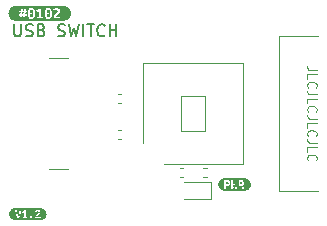
<source format=gbr>
%TF.GenerationSoftware,KiCad,Pcbnew,6.0.7+dfsg-1~bpo11+1*%
%TF.CreationDate,2022-09-24T06:18:19+00:00*%
%TF.ProjectId,0102-USB-SWITCH,30313032-2d55-4534-922d-535749544348,V1.2*%
%TF.SameCoordinates,Original*%
%TF.FileFunction,Legend,Top*%
%TF.FilePolarity,Positive*%
%FSLAX46Y46*%
G04 Gerber Fmt 4.6, Leading zero omitted, Abs format (unit mm)*
G04 Created by KiCad (PCBNEW 6.0.7+dfsg-1~bpo11+1) date 2022-09-24 06:18:19*
%MOMM*%
%LPD*%
G01*
G04 APERTURE LIST*
%ADD10C,0.150000*%
%ADD11C,0.120000*%
G04 APERTURE END LIST*
D10*
X1135595Y17347620D02*
X1135595Y16538096D01*
X1183214Y16442858D01*
X1230833Y16395239D01*
X1326071Y16347620D01*
X1516547Y16347620D01*
X1611785Y16395239D01*
X1659404Y16442858D01*
X1707023Y16538096D01*
X1707023Y17347620D01*
X2135595Y16395239D02*
X2278452Y16347620D01*
X2516547Y16347620D01*
X2611785Y16395239D01*
X2659404Y16442858D01*
X2707023Y16538096D01*
X2707023Y16633334D01*
X2659404Y16728572D01*
X2611785Y16776191D01*
X2516547Y16823810D01*
X2326071Y16871429D01*
X2230833Y16919048D01*
X2183214Y16966667D01*
X2135595Y17061905D01*
X2135595Y17157143D01*
X2183214Y17252381D01*
X2230833Y17300000D01*
X2326071Y17347620D01*
X2564166Y17347620D01*
X2707023Y17300000D01*
X3468928Y16871429D02*
X3611785Y16823810D01*
X3659404Y16776191D01*
X3707023Y16680953D01*
X3707023Y16538096D01*
X3659404Y16442858D01*
X3611785Y16395239D01*
X3516547Y16347620D01*
X3135595Y16347620D01*
X3135595Y17347620D01*
X3468928Y17347620D01*
X3564166Y17300000D01*
X3611785Y17252381D01*
X3659404Y17157143D01*
X3659404Y17061905D01*
X3611785Y16966667D01*
X3564166Y16919048D01*
X3468928Y16871429D01*
X3135595Y16871429D01*
X4849880Y16395239D02*
X4992738Y16347620D01*
X5230833Y16347620D01*
X5326071Y16395239D01*
X5373690Y16442858D01*
X5421309Y16538096D01*
X5421309Y16633334D01*
X5373690Y16728572D01*
X5326071Y16776191D01*
X5230833Y16823810D01*
X5040357Y16871429D01*
X4945119Y16919048D01*
X4897500Y16966667D01*
X4849880Y17061905D01*
X4849880Y17157143D01*
X4897500Y17252381D01*
X4945119Y17300000D01*
X5040357Y17347620D01*
X5278452Y17347620D01*
X5421309Y17300000D01*
X5754642Y17347620D02*
X5992738Y16347620D01*
X6183214Y17061905D01*
X6373690Y16347620D01*
X6611785Y17347620D01*
X6992738Y16347620D02*
X6992738Y17347620D01*
X7326071Y17347620D02*
X7897500Y17347620D01*
X7611785Y16347620D02*
X7611785Y17347620D01*
X8802261Y16442858D02*
X8754642Y16395239D01*
X8611785Y16347620D01*
X8516547Y16347620D01*
X8373690Y16395239D01*
X8278452Y16490477D01*
X8230833Y16585715D01*
X8183214Y16776191D01*
X8183214Y16919048D01*
X8230833Y17109524D01*
X8278452Y17204762D01*
X8373690Y17300000D01*
X8516547Y17347620D01*
X8611785Y17347620D01*
X8754642Y17300000D01*
X8802261Y17252381D01*
X9230833Y16347620D02*
X9230833Y17347620D01*
X9230833Y16871429D02*
X9802261Y16871429D01*
X9802261Y16347620D02*
X9802261Y17347620D01*
D11*
X26738095Y13495239D02*
X26166666Y13495239D01*
X26052380Y13533334D01*
X25976190Y13609524D01*
X25938095Y13723810D01*
X25938095Y13800000D01*
X25938095Y12733334D02*
X25938095Y13114286D01*
X26738095Y13114286D01*
X26014285Y12009524D02*
X25976190Y12047620D01*
X25938095Y12161905D01*
X25938095Y12238096D01*
X25976190Y12352381D01*
X26052380Y12428572D01*
X26128571Y12466667D01*
X26280952Y12504762D01*
X26395238Y12504762D01*
X26547619Y12466667D01*
X26623809Y12428572D01*
X26700000Y12352381D01*
X26738095Y12238096D01*
X26738095Y12161905D01*
X26700000Y12047620D01*
X26661904Y12009524D01*
X26738095Y11438096D02*
X26166666Y11438096D01*
X26052380Y11476191D01*
X25976190Y11552381D01*
X25938095Y11666667D01*
X25938095Y11742858D01*
X25938095Y10676191D02*
X25938095Y11057143D01*
X26738095Y11057143D01*
X26014285Y9952381D02*
X25976190Y9990477D01*
X25938095Y10104762D01*
X25938095Y10180953D01*
X25976190Y10295239D01*
X26052380Y10371429D01*
X26128571Y10409524D01*
X26280952Y10447620D01*
X26395238Y10447620D01*
X26547619Y10409524D01*
X26623809Y10371429D01*
X26700000Y10295239D01*
X26738095Y10180953D01*
X26738095Y10104762D01*
X26700000Y9990477D01*
X26661904Y9952381D01*
X26738095Y9380953D02*
X26166666Y9380953D01*
X26052380Y9419048D01*
X25976190Y9495239D01*
X25938095Y9609524D01*
X25938095Y9685715D01*
X25938095Y8619048D02*
X25938095Y9000000D01*
X26738095Y9000000D01*
X26014285Y7895239D02*
X25976190Y7933334D01*
X25938095Y8047620D01*
X25938095Y8123810D01*
X25976190Y8238096D01*
X26052380Y8314286D01*
X26128571Y8352381D01*
X26280952Y8390477D01*
X26395238Y8390477D01*
X26547619Y8352381D01*
X26623809Y8314286D01*
X26700000Y8238096D01*
X26738095Y8123810D01*
X26738095Y8047620D01*
X26700000Y7933334D01*
X26661904Y7895239D01*
X26738095Y7323810D02*
X26166666Y7323810D01*
X26052380Y7361905D01*
X25976190Y7438096D01*
X25938095Y7552381D01*
X25938095Y7628572D01*
X25938095Y6561905D02*
X25938095Y6942858D01*
X26738095Y6942858D01*
X26014285Y5838096D02*
X25976190Y5876191D01*
X25938095Y5990477D01*
X25938095Y6066667D01*
X25976190Y6180953D01*
X26052380Y6257143D01*
X26128571Y6295239D01*
X26280952Y6333334D01*
X26395238Y6333334D01*
X26547619Y6295239D01*
X26623809Y6257143D01*
X26700000Y6180953D01*
X26738095Y6066667D01*
X26738095Y5990477D01*
X26700000Y5876191D01*
X26661904Y5838096D01*
%TO.C,R1*%
X17453641Y5180000D02*
X17146359Y5180000D01*
X17453641Y4420000D02*
X17146359Y4420000D01*
%TO.C,R2*%
X15453641Y4420000D02*
X15146359Y4420000D01*
X15453641Y5180000D02*
X15146359Y5180000D01*
%TO.C,SW1*%
X17300000Y8300000D02*
X17300000Y11300000D01*
X20550000Y5550000D02*
X20550000Y14050000D01*
X13800000Y5550000D02*
X20550000Y5550000D01*
X15300000Y11300000D02*
X15300000Y8300000D01*
X17300000Y11300000D02*
X15300000Y11300000D01*
X15300000Y8300000D02*
X17300000Y8300000D01*
X12050000Y14050000D02*
X12050000Y7300000D01*
X20550000Y14050000D02*
X12050000Y14050000D01*
%TO.C,D1*%
X17785000Y2565000D02*
X17785000Y4035000D01*
X15500000Y2565000D02*
X17785000Y2565000D01*
X17785000Y4035000D02*
X15500000Y4035000D01*
%TO.C,J2*%
X23550000Y3250000D02*
X23550000Y16350000D01*
X23550000Y3250000D02*
X26900000Y3250000D01*
X23550000Y16350000D02*
X26900000Y16350000D01*
%TO.C,J1*%
X5690000Y5100000D02*
X4090000Y5100000D01*
X5690000Y14500000D02*
X4090000Y14500000D01*
%TO.C,R3*%
X10203641Y10670000D02*
X9896359Y10670000D01*
X10203641Y11430000D02*
X9896359Y11430000D01*
%TO.C,R4*%
X10203641Y8430000D02*
X9896359Y8430000D01*
X10203641Y7670000D02*
X9896359Y7670000D01*
%TO.C,kibuzzard-632D83AE*%
G36*
X1168306Y805663D02*
G01*
X1120087Y812816D01*
X1072802Y824660D01*
X1026904Y841082D01*
X982838Y861924D01*
X941027Y886985D01*
X901873Y916023D01*
X865754Y948760D01*
X833018Y984879D01*
X803979Y1024032D01*
X778919Y1065844D01*
X758077Y1109910D01*
X741654Y1155807D01*
X729810Y1203093D01*
X722657Y1251312D01*
X720266Y1300000D01*
X722657Y1348688D01*
X729810Y1396907D01*
X741654Y1444193D01*
X758077Y1490090D01*
X778919Y1534156D01*
X803979Y1575968D01*
X833018Y1615121D01*
X857620Y1642265D01*
X1217087Y1642265D01*
X1229866Y1580035D01*
X1248202Y1502248D01*
X1262895Y1444030D01*
X1278823Y1383467D01*
X1295986Y1320558D01*
X1314136Y1256414D01*
X1333027Y1192147D01*
X1352659Y1127756D01*
X1381830Y1036078D01*
X1409333Y954401D01*
X1550462Y954401D01*
X1571699Y1013606D01*
X1592442Y1074169D01*
X1612692Y1136091D01*
X1632139Y1198321D01*
X1650474Y1259810D01*
X1667699Y1320558D01*
X1691313Y1409041D01*
X1712149Y1493358D01*
X1713420Y1498914D01*
X1811606Y1498914D01*
X1856056Y1385566D01*
X1923842Y1412792D01*
X1994962Y1452241D01*
X1994962Y1067749D01*
X1850499Y1067749D01*
X1850499Y954401D01*
X2268329Y954401D01*
X2268329Y1042190D01*
X2492802Y1042190D01*
X2501136Y999407D01*
X2523361Y968292D01*
X2555032Y948845D01*
X2592814Y942178D01*
X2661712Y967736D01*
X2691716Y1042190D01*
X2661712Y1114421D01*
X2592814Y1139980D01*
X2555032Y1133313D01*
X2523361Y1114421D01*
X2501136Y1083862D01*
X2492802Y1042190D01*
X2268329Y1042190D01*
X2268329Y1067749D01*
X2131646Y1067749D01*
X2131646Y1566700D01*
X2917299Y1566700D01*
X2985086Y1471133D01*
X3055094Y1523361D01*
X3122881Y1538919D01*
X3187333Y1516138D01*
X3212892Y1451130D01*
X3192334Y1392234D01*
X3140105Y1332226D01*
X3107323Y1300417D01*
X3072319Y1267218D01*
X3037314Y1231936D01*
X3004532Y1193876D01*
X2975640Y1152620D01*
X2952304Y1107754D01*
X2936885Y1058859D01*
X2931746Y1005519D01*
X2931190Y982183D01*
X2933968Y954401D01*
X3382913Y954401D01*
X3382913Y1067749D01*
X3087321Y1067749D01*
X3098989Y1104420D01*
X3127326Y1143869D01*
X3162886Y1181652D01*
X3196223Y1213323D01*
X3252897Y1268885D01*
X3302903Y1328893D01*
X3338463Y1392789D01*
X3351798Y1461131D01*
X3334018Y1547253D01*
X3286234Y1608928D01*
X3217337Y1645599D01*
X3136216Y1657823D01*
X3078292Y1652266D01*
X3020090Y1635598D01*
X2965222Y1607261D01*
X2917299Y1566700D01*
X2131646Y1566700D01*
X2131646Y1642265D01*
X2038301Y1642265D01*
X1990517Y1598926D01*
X1931621Y1558921D01*
X1869391Y1524473D01*
X1811606Y1498914D01*
X1713420Y1498914D01*
X1730068Y1571701D01*
X1744931Y1642265D01*
X1601579Y1642265D01*
X1591578Y1584480D01*
X1579354Y1517805D01*
X1565464Y1445713D01*
X1550462Y1371676D01*
X1534349Y1297222D01*
X1517124Y1223879D01*
X1499344Y1155121D01*
X1481564Y1094419D01*
X1463645Y1155954D01*
X1445449Y1224991D01*
X1427669Y1298333D01*
X1411000Y1372787D01*
X1395581Y1446685D01*
X1381552Y1518361D01*
X1369884Y1584619D01*
X1361549Y1642265D01*
X1217087Y1642265D01*
X857620Y1642265D01*
X865754Y1651240D01*
X901873Y1683977D01*
X941027Y1713015D01*
X982838Y1738076D01*
X1026904Y1758918D01*
X1072802Y1775340D01*
X1120087Y1787184D01*
X1168306Y1794337D01*
X1216994Y1796729D01*
X3383006Y1796729D01*
X3431694Y1794337D01*
X3479913Y1787184D01*
X3527198Y1775340D01*
X3573096Y1758918D01*
X3617162Y1738076D01*
X3658973Y1713015D01*
X3698127Y1683977D01*
X3734246Y1651240D01*
X3766982Y1615121D01*
X3796021Y1575968D01*
X3821081Y1534156D01*
X3841923Y1490090D01*
X3858346Y1444193D01*
X3870190Y1396907D01*
X3877343Y1348688D01*
X3879734Y1300000D01*
X3877343Y1251312D01*
X3870190Y1203093D01*
X3858346Y1155807D01*
X3841923Y1109910D01*
X3821081Y1065844D01*
X3796021Y1024032D01*
X3766982Y984879D01*
X3734246Y948760D01*
X3698127Y916023D01*
X3658973Y886985D01*
X3617162Y861924D01*
X3573096Y841082D01*
X3527198Y824660D01*
X3479913Y812816D01*
X3431694Y805663D01*
X3383006Y803271D01*
X1216994Y803271D01*
X1168306Y805663D01*
G37*
%TO.C,kibuzzard-631FFEA9*%
G36*
X18894512Y3281017D02*
G01*
X18843889Y3288527D01*
X18794246Y3300962D01*
X18746060Y3318203D01*
X18699797Y3340084D01*
X18655901Y3366394D01*
X18614795Y3396880D01*
X18581194Y3427334D01*
X18945727Y3427334D01*
X19092173Y3427334D01*
X19092173Y3676175D01*
X19144561Y3676175D01*
X19232601Y3682723D01*
X19306221Y3702369D01*
X19365422Y3735111D01*
X19408747Y3782537D01*
X19434743Y3846236D01*
X19443408Y3926206D01*
X19434809Y4005383D01*
X19409012Y4068287D01*
X19366017Y4114920D01*
X19307412Y4147001D01*
X19242021Y4164331D01*
X19504130Y4164331D01*
X19506809Y4073397D01*
X19510083Y3979189D01*
X19514101Y3883641D01*
X19519012Y3788689D01*
X19524817Y3694630D01*
X19531514Y3601761D01*
X19539253Y3512018D01*
X19548183Y3427334D01*
X19669627Y3427334D01*
X19694630Y3505618D01*
X19722014Y3590450D01*
X19749994Y3675282D01*
X19776783Y3753566D01*
X19802977Y3673050D01*
X19829170Y3588664D01*
X19855364Y3505171D01*
X19881558Y3427334D01*
X20003002Y3427334D01*
X20136352Y3427334D01*
X20282798Y3427334D01*
X20282798Y3698797D01*
X20358998Y3698797D01*
X20399331Y3631378D01*
X20436984Y3564852D01*
X20471066Y3497432D01*
X20500683Y3427334D01*
X20654273Y3427334D01*
X20620341Y3505320D01*
X20579264Y3587473D01*
X20535211Y3666055D01*
X20492348Y3734516D01*
X20544438Y3768151D01*
X20579264Y3814288D01*
X20598909Y3869652D01*
X20605458Y3930969D01*
X20600546Y3988863D01*
X20585812Y4038720D01*
X20529258Y4114325D01*
X20488777Y4140221D01*
X20441152Y4158378D01*
X20386978Y4169094D01*
X20326852Y4172666D01*
X20285180Y4171475D01*
X20235173Y4168498D01*
X20183381Y4162545D01*
X20136352Y4153616D01*
X20136352Y3427334D01*
X20003002Y3427334D01*
X20010889Y3511869D01*
X20017884Y3601166D01*
X20023986Y3693588D01*
X20029195Y3787498D01*
X20033660Y3882451D01*
X20037530Y3977998D01*
X20041102Y4072504D01*
X20044673Y4164331D01*
X19908942Y4164331D01*
X19909240Y4092745D01*
X19910133Y4018480D01*
X19911323Y3943321D01*
X19912514Y3869056D01*
X19913705Y3795982D01*
X19914895Y3724395D01*
X19915788Y3655786D01*
X19916086Y3591641D01*
X19889297Y3686891D01*
X19864294Y3773806D01*
X19843458Y3847625D01*
X19829170Y3903584D01*
X19722014Y3903584D01*
X19705345Y3845244D01*
X19682128Y3764281D01*
X19655934Y3674984D01*
X19631527Y3591641D01*
X19631824Y3655786D01*
X19632717Y3724395D01*
X19633908Y3796130D01*
X19635098Y3869652D01*
X19636289Y3944214D01*
X19637480Y4019075D01*
X19638670Y4092894D01*
X19639861Y4164331D01*
X19504130Y4164331D01*
X19242021Y4164331D01*
X19234784Y4166249D01*
X19148133Y4172666D01*
X19101698Y4171475D01*
X19048120Y4168498D01*
X18993947Y4163141D01*
X18945727Y4154806D01*
X18945727Y3427334D01*
X18581194Y3427334D01*
X18576876Y3431248D01*
X18542507Y3469168D01*
X18512021Y3510274D01*
X18485711Y3554170D01*
X18463830Y3600433D01*
X18446589Y3648618D01*
X18434154Y3698262D01*
X18426645Y3748885D01*
X18424134Y3800000D01*
X18426645Y3851115D01*
X18434154Y3901738D01*
X18446589Y3951382D01*
X18463830Y3999567D01*
X18485711Y4045830D01*
X18512021Y4089726D01*
X18542507Y4130832D01*
X18576876Y4168752D01*
X18614795Y4203120D01*
X18655901Y4233606D01*
X18699797Y4259916D01*
X18746060Y4281797D01*
X18794246Y4299038D01*
X18843889Y4311473D01*
X18894512Y4318983D01*
X18945627Y4321494D01*
X20654373Y4321494D01*
X20705488Y4318983D01*
X20756111Y4311473D01*
X20805754Y4299038D01*
X20853940Y4281797D01*
X20900203Y4259916D01*
X20944099Y4233606D01*
X20985205Y4203120D01*
X21023124Y4168752D01*
X21057493Y4130832D01*
X21087979Y4089726D01*
X21114289Y4045830D01*
X21136170Y3999567D01*
X21153411Y3951382D01*
X21165846Y3901738D01*
X21173355Y3851115D01*
X21175866Y3800000D01*
X21173355Y3748885D01*
X21165846Y3698262D01*
X21153411Y3648618D01*
X21136170Y3600433D01*
X21114289Y3554170D01*
X21087979Y3510274D01*
X21057493Y3469168D01*
X21023124Y3431248D01*
X20985205Y3396880D01*
X20944099Y3366394D01*
X20900203Y3340084D01*
X20853940Y3318203D01*
X20805754Y3300962D01*
X20756111Y3288527D01*
X20705488Y3281017D01*
X20654373Y3278506D01*
X18945627Y3278506D01*
X18894512Y3281017D01*
G37*
G36*
X20379537Y4038423D02*
G01*
X20420911Y4017884D01*
X20447700Y3982761D01*
X20456630Y3932159D01*
X20423292Y3849411D01*
X20379537Y3827533D01*
X20314945Y3820241D01*
X20282798Y3820241D01*
X20282798Y4041697D01*
X20306611Y4044673D01*
X20326852Y4045269D01*
X20379537Y4038423D01*
G37*
G36*
X19217338Y4038571D02*
G01*
X19258266Y4018480D01*
X19284608Y3982314D01*
X19293389Y3927397D01*
X19284459Y3869503D01*
X19257670Y3831552D01*
X19213320Y3810567D01*
X19151705Y3803572D01*
X19092173Y3803572D01*
X19092173Y4041697D01*
X19128487Y4044673D01*
X19164802Y4045269D01*
X19217338Y4038571D01*
G37*
%TO.C,kibuzzard-631FFD2B*%
G36*
X1238003Y17663002D02*
G01*
X1175869Y17672219D01*
X1114937Y17687482D01*
X1055794Y17708643D01*
X999011Y17735500D01*
X945133Y17767793D01*
X894680Y17805211D01*
X848137Y17847395D01*
X805954Y17893938D01*
X768535Y17944391D01*
X736242Y17998268D01*
X709385Y18055052D01*
X702002Y18075686D01*
X1554068Y18075686D01*
X1639793Y18075686D01*
X1598359Y17857087D01*
X1744091Y17857087D01*
X1784096Y18075686D01*
X1898396Y18075686D01*
X1856963Y17857087D01*
X2002695Y17857087D01*
X2044129Y18075686D01*
X2218436Y18075686D01*
X2218436Y18221419D01*
X2071275Y18221419D01*
X2086550Y18301429D01*
X2292731Y18301429D01*
X2297643Y18191772D01*
X2312377Y18097117D01*
X2336933Y18017465D01*
X2371313Y17952814D01*
X2431638Y17889314D01*
X2507838Y17851214D01*
X2599913Y17838514D01*
X2691988Y17851214D01*
X2768188Y17889314D01*
X2828513Y17952814D01*
X2862892Y18017465D01*
X2887448Y18097117D01*
X2902182Y18191772D01*
X2907094Y18301429D01*
X2902182Y18410416D01*
X2887448Y18504490D01*
X2871105Y18557175D01*
X3025680Y18557175D01*
X3082830Y18411442D01*
X3169984Y18446447D01*
X3261424Y18497167D01*
X3261424Y18002820D01*
X3075686Y18002820D01*
X3075686Y17857087D01*
X3612896Y17857087D01*
X3612896Y18002820D01*
X3437160Y18002820D01*
X3437160Y18301429D01*
X3721481Y18301429D01*
X3726393Y18191772D01*
X3741127Y18097117D01*
X3765683Y18017465D01*
X3800063Y17952814D01*
X3860388Y17889314D01*
X3936588Y17851214D01*
X4028663Y17838514D01*
X4120738Y17851214D01*
X4196938Y17889314D01*
X4257263Y17952814D01*
X4291642Y18017465D01*
X4316198Y18097117D01*
X4330932Y18191772D01*
X4335844Y18301429D01*
X4330932Y18410416D01*
X4316198Y18504490D01*
X4291642Y18583652D01*
X4259174Y18644329D01*
X4447286Y18644329D01*
X4534440Y18521456D01*
X4624451Y18588607D01*
X4711605Y18608610D01*
X4794473Y18579321D01*
X4827334Y18495739D01*
X4800902Y18420015D01*
X4733751Y18342862D01*
X4691603Y18301965D01*
X4646597Y18259281D01*
X4601591Y18213918D01*
X4559443Y18164983D01*
X4522296Y18111941D01*
X4492292Y18054255D01*
X4472468Y17991390D01*
X4465860Y17922810D01*
X4465146Y17892806D01*
X4468718Y17857087D01*
X5045933Y17857087D01*
X5045933Y18002820D01*
X4665885Y18002820D01*
X4680887Y18049969D01*
X4717320Y18100689D01*
X4763040Y18149267D01*
X4805903Y18189986D01*
X4878769Y18261424D01*
X4943063Y18338576D01*
X4988783Y18420729D01*
X5005928Y18508597D01*
X4983068Y18619326D01*
X4921631Y18698621D01*
X4833049Y18745770D01*
X4728750Y18761486D01*
X4654276Y18754342D01*
X4579446Y18732911D01*
X4508901Y18696478D01*
X4447286Y18644329D01*
X4259174Y18644329D01*
X4257263Y18647901D01*
X4196938Y18711004D01*
X4120738Y18748866D01*
X4028663Y18761486D01*
X3938016Y18748786D01*
X3862293Y18710686D01*
X3801491Y18647186D01*
X3766487Y18582714D01*
X3741484Y18503597D01*
X3726482Y18409835D01*
X3721481Y18301429D01*
X3437160Y18301429D01*
X3437160Y18741484D01*
X3317145Y18741484D01*
X3255709Y18685762D01*
X3179985Y18634328D01*
X3099975Y18590036D01*
X3025680Y18557175D01*
X2871105Y18557175D01*
X2862892Y18583652D01*
X2828513Y18647901D01*
X2768188Y18711004D01*
X2691988Y18748866D01*
X2599913Y18761486D01*
X2509266Y18748786D01*
X2433543Y18710686D01*
X2372741Y18647186D01*
X2337737Y18582714D01*
X2312734Y18503597D01*
X2297732Y18409835D01*
X2292731Y18301429D01*
X2086550Y18301429D01*
X2101279Y18378581D01*
X2218436Y18378581D01*
X2218436Y18524314D01*
X2129854Y18524314D01*
X2171288Y18741484D01*
X2025555Y18741484D01*
X1984121Y18524314D01*
X1869821Y18524314D01*
X1912684Y18741484D01*
X1766951Y18741484D01*
X1725518Y18524314D01*
X1554068Y18524314D01*
X1554068Y18378581D01*
X1696943Y18378581D01*
X1666939Y18221419D01*
X1554068Y18221419D01*
X1554068Y18075686D01*
X702002Y18075686D01*
X688224Y18114195D01*
X672961Y18175127D01*
X663744Y18237261D01*
X660662Y18300000D01*
X663744Y18362739D01*
X672961Y18424873D01*
X688224Y18485805D01*
X709385Y18544948D01*
X736242Y18601732D01*
X768535Y18655609D01*
X805954Y18706062D01*
X848137Y18752605D01*
X894680Y18794789D01*
X945133Y18832207D01*
X999011Y18864500D01*
X1055794Y18891357D01*
X1114937Y18912518D01*
X1175869Y18927781D01*
X1238003Y18936998D01*
X1300742Y18940080D01*
X5299258Y18940080D01*
X5361997Y18936998D01*
X5424131Y18927781D01*
X5485063Y18912518D01*
X5544206Y18891357D01*
X5600989Y18864500D01*
X5654867Y18832207D01*
X5705320Y18794789D01*
X5751863Y18752605D01*
X5794046Y18706062D01*
X5831465Y18655609D01*
X5863758Y18601732D01*
X5890615Y18544948D01*
X5911776Y18485805D01*
X5927039Y18424873D01*
X5936256Y18362739D01*
X5939338Y18300000D01*
X5936256Y18237261D01*
X5927039Y18175127D01*
X5911776Y18114195D01*
X5890615Y18055052D01*
X5863758Y17998268D01*
X5831465Y17944391D01*
X5794046Y17893938D01*
X5751863Y17847395D01*
X5705320Y17805211D01*
X5654867Y17767793D01*
X5600989Y17735500D01*
X5544206Y17708643D01*
X5485063Y17687482D01*
X5424131Y17672219D01*
X5361997Y17663002D01*
X5299258Y17659920D01*
X1300742Y17659920D01*
X1238003Y17663002D01*
G37*
G36*
X4028663Y17989961D02*
G01*
X3965440Y18009785D01*
X3918649Y18069257D01*
X3897218Y18130296D01*
X3884359Y18207687D01*
X3880073Y18301429D01*
X3880732Y18315716D01*
X3950081Y18315716D01*
X3971513Y18249279D01*
X4030091Y18221419D01*
X4086527Y18249279D01*
X4108673Y18315716D01*
X4086527Y18382867D01*
X4030091Y18411442D01*
X3971513Y18382867D01*
X3950081Y18315716D01*
X3880732Y18315716D01*
X3884359Y18394377D01*
X3897218Y18471291D01*
X3918649Y18532172D01*
X3965440Y18591644D01*
X4028663Y18611467D01*
X4092778Y18591644D01*
X4139391Y18532172D01*
X4160425Y18471291D01*
X4173046Y18394377D01*
X4177253Y18301429D01*
X4173046Y18207687D01*
X4160425Y18130296D01*
X4139391Y18069257D01*
X4092778Y18009785D01*
X4030091Y17990403D01*
X4028663Y17989961D01*
G37*
G36*
X1926971Y18221419D02*
G01*
X1812671Y18221419D01*
X1842675Y18378581D01*
X1955546Y18378581D01*
X1926971Y18221419D01*
G37*
G36*
X2599913Y17989961D02*
G01*
X2536690Y18009785D01*
X2489899Y18069257D01*
X2468468Y18130296D01*
X2455609Y18207687D01*
X2451323Y18301429D01*
X2451982Y18315716D01*
X2521331Y18315716D01*
X2542763Y18249279D01*
X2601341Y18221419D01*
X2657777Y18249279D01*
X2679923Y18315716D01*
X2657777Y18382867D01*
X2601341Y18411442D01*
X2542763Y18382867D01*
X2521331Y18315716D01*
X2451982Y18315716D01*
X2455609Y18394377D01*
X2468468Y18471291D01*
X2489899Y18532172D01*
X2536690Y18591644D01*
X2599913Y18611467D01*
X2664028Y18591644D01*
X2710641Y18532172D01*
X2731675Y18471291D01*
X2744296Y18394377D01*
X2748503Y18301429D01*
X2744296Y18207687D01*
X2731675Y18130296D01*
X2710641Y18069257D01*
X2664028Y18009785D01*
X2601341Y17990403D01*
X2599913Y17989961D01*
G37*
%TD*%
M02*

</source>
